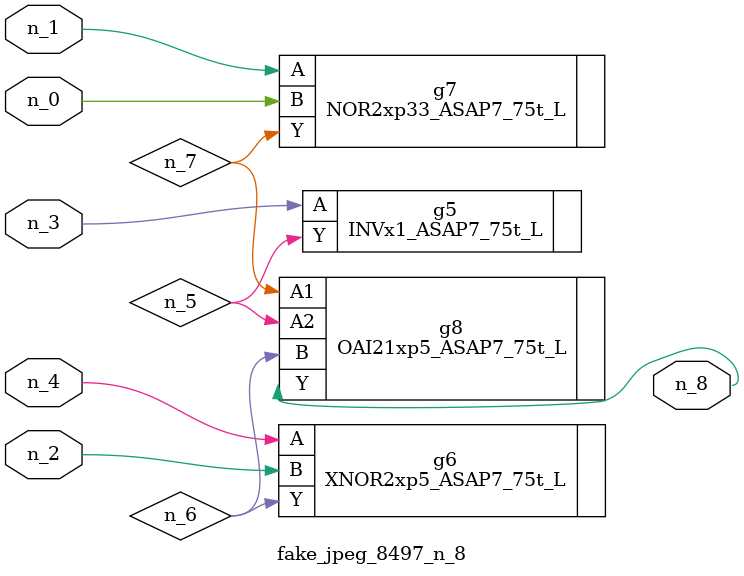
<source format=v>
module fake_jpeg_8497_n_8 (n_3, n_2, n_1, n_0, n_4, n_8);

input n_3;
input n_2;
input n_1;
input n_0;
input n_4;

output n_8;

wire n_6;
wire n_5;
wire n_7;

INVx1_ASAP7_75t_L g5 ( 
.A(n_3),
.Y(n_5)
);

XNOR2xp5_ASAP7_75t_L g6 ( 
.A(n_4),
.B(n_2),
.Y(n_6)
);

NOR2xp33_ASAP7_75t_L g7 ( 
.A(n_1),
.B(n_0),
.Y(n_7)
);

OAI21xp5_ASAP7_75t_L g8 ( 
.A1(n_7),
.A2(n_5),
.B(n_6),
.Y(n_8)
);


endmodule
</source>
